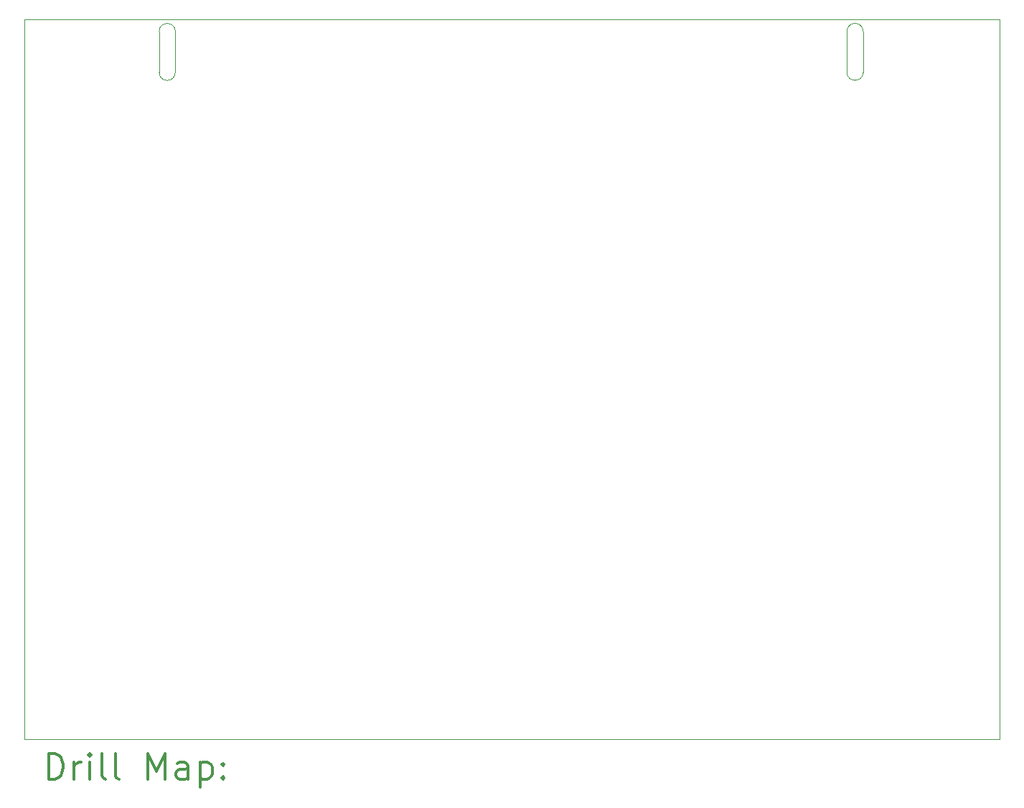
<source format=gbr>
%FSLAX45Y45*%
G04 Gerber Fmt 4.5, Leading zero omitted, Abs format (unit mm)*
G04 Created by KiCad (PCBNEW (5.1.6)-1) date 2023-01-22 16:10:45*
%MOMM*%
%LPD*%
G01*
G04 APERTURE LIST*
%TA.AperFunction,Profile*%
%ADD10C,0.050000*%
%TD*%
%ADD11C,0.200000*%
%ADD12C,0.300000*%
G04 APERTURE END LIST*
D10*
X4318000Y-8242300D02*
G75*
G02*
X4127500Y-8242300I-95250J0D01*
G01*
X12242800Y-7759700D02*
G75*
G02*
X12433300Y-7759700I95250J0D01*
G01*
X12433300Y-8242300D02*
X12433300Y-7759700D01*
X12242800Y-7759700D02*
X12242800Y-8242300D01*
X12433300Y-8242300D02*
G75*
G02*
X12242800Y-8242300I-95250J0D01*
G01*
X4127500Y-7759700D02*
G75*
G02*
X4318000Y-7759700I95250J0D01*
G01*
X4318000Y-8242300D02*
X4318000Y-7759700D01*
X4127500Y-7759700D02*
X4127500Y-8242300D01*
X2540000Y-7620000D02*
X14040000Y-7620000D01*
X14040000Y-16120000D02*
X14040000Y-7620000D01*
X2540000Y-16120000D02*
X14040000Y-16120000D01*
X2540000Y-7620000D02*
X2540000Y-16120000D01*
D11*
D12*
X2823928Y-16588214D02*
X2823928Y-16288214D01*
X2895357Y-16288214D01*
X2938214Y-16302500D01*
X2966786Y-16331071D01*
X2981071Y-16359643D01*
X2995357Y-16416786D01*
X2995357Y-16459643D01*
X2981071Y-16516786D01*
X2966786Y-16545357D01*
X2938214Y-16573929D01*
X2895357Y-16588214D01*
X2823928Y-16588214D01*
X3123928Y-16588214D02*
X3123928Y-16388214D01*
X3123928Y-16445357D02*
X3138214Y-16416786D01*
X3152500Y-16402500D01*
X3181071Y-16388214D01*
X3209643Y-16388214D01*
X3309643Y-16588214D02*
X3309643Y-16388214D01*
X3309643Y-16288214D02*
X3295357Y-16302500D01*
X3309643Y-16316786D01*
X3323928Y-16302500D01*
X3309643Y-16288214D01*
X3309643Y-16316786D01*
X3495357Y-16588214D02*
X3466786Y-16573929D01*
X3452500Y-16545357D01*
X3452500Y-16288214D01*
X3652500Y-16588214D02*
X3623928Y-16573929D01*
X3609643Y-16545357D01*
X3609643Y-16288214D01*
X3995357Y-16588214D02*
X3995357Y-16288214D01*
X4095357Y-16502500D01*
X4195357Y-16288214D01*
X4195357Y-16588214D01*
X4466786Y-16588214D02*
X4466786Y-16431071D01*
X4452500Y-16402500D01*
X4423928Y-16388214D01*
X4366786Y-16388214D01*
X4338214Y-16402500D01*
X4466786Y-16573929D02*
X4438214Y-16588214D01*
X4366786Y-16588214D01*
X4338214Y-16573929D01*
X4323928Y-16545357D01*
X4323928Y-16516786D01*
X4338214Y-16488214D01*
X4366786Y-16473929D01*
X4438214Y-16473929D01*
X4466786Y-16459643D01*
X4609643Y-16388214D02*
X4609643Y-16688214D01*
X4609643Y-16402500D02*
X4638214Y-16388214D01*
X4695357Y-16388214D01*
X4723928Y-16402500D01*
X4738214Y-16416786D01*
X4752500Y-16445357D01*
X4752500Y-16531071D01*
X4738214Y-16559643D01*
X4723928Y-16573929D01*
X4695357Y-16588214D01*
X4638214Y-16588214D01*
X4609643Y-16573929D01*
X4881071Y-16559643D02*
X4895357Y-16573929D01*
X4881071Y-16588214D01*
X4866786Y-16573929D01*
X4881071Y-16559643D01*
X4881071Y-16588214D01*
X4881071Y-16402500D02*
X4895357Y-16416786D01*
X4881071Y-16431071D01*
X4866786Y-16416786D01*
X4881071Y-16402500D01*
X4881071Y-16431071D01*
M02*

</source>
